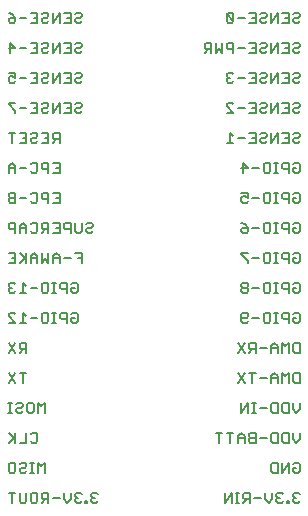
<source format=gbr>
G04 EAGLE Gerber RS-274X export*
G75*
%MOMM*%
%FSLAX34Y34*%
%LPD*%
%INSilkscreen Bottom*%
%IPPOS*%
%AMOC8*
5,1,8,0,0,1.08239X$1,22.5*%
G01*
%ADD10C,0.152400*%


D10*
X85632Y424685D02*
X87073Y426125D01*
X89954Y426125D01*
X91394Y424685D01*
X91394Y423244D01*
X89954Y421804D01*
X87073Y421804D01*
X85632Y420363D01*
X85632Y418923D01*
X87073Y417482D01*
X89954Y417482D01*
X91394Y418923D01*
X82039Y426125D02*
X76277Y426125D01*
X82039Y426125D02*
X82039Y417482D01*
X76277Y417482D01*
X79158Y421804D02*
X82039Y421804D01*
X72684Y426125D02*
X72684Y417482D01*
X66922Y417482D02*
X72684Y426125D01*
X66922Y426125D02*
X66922Y417482D01*
X59007Y426125D02*
X57567Y424685D01*
X59007Y426125D02*
X61888Y426125D01*
X63329Y424685D01*
X63329Y423244D01*
X61888Y421804D01*
X59007Y421804D01*
X57567Y420363D01*
X57567Y418923D01*
X59007Y417482D01*
X61888Y417482D01*
X63329Y418923D01*
X53974Y426125D02*
X48211Y426125D01*
X53974Y426125D02*
X53974Y417482D01*
X48211Y417482D01*
X51092Y421804D02*
X53974Y421804D01*
X44618Y421804D02*
X38856Y421804D01*
X32382Y424685D02*
X29501Y426125D01*
X32382Y424685D02*
X35263Y421804D01*
X35263Y418923D01*
X33823Y417482D01*
X30942Y417482D01*
X29501Y418923D01*
X29501Y420363D01*
X30942Y421804D01*
X35263Y421804D01*
X85632Y399285D02*
X87073Y400725D01*
X89954Y400725D01*
X91394Y399285D01*
X91394Y397844D01*
X89954Y396404D01*
X87073Y396404D01*
X85632Y394963D01*
X85632Y393523D01*
X87073Y392082D01*
X89954Y392082D01*
X91394Y393523D01*
X82039Y400725D02*
X76277Y400725D01*
X82039Y400725D02*
X82039Y392082D01*
X76277Y392082D01*
X79158Y396404D02*
X82039Y396404D01*
X72684Y400725D02*
X72684Y392082D01*
X66922Y392082D02*
X72684Y400725D01*
X66922Y400725D02*
X66922Y392082D01*
X59007Y400725D02*
X57567Y399285D01*
X59007Y400725D02*
X61888Y400725D01*
X63329Y399285D01*
X63329Y397844D01*
X61888Y396404D01*
X59007Y396404D01*
X57567Y394963D01*
X57567Y393523D01*
X59007Y392082D01*
X61888Y392082D01*
X63329Y393523D01*
X53974Y400725D02*
X48211Y400725D01*
X53974Y400725D02*
X53974Y392082D01*
X48211Y392082D01*
X51092Y396404D02*
X53974Y396404D01*
X44618Y396404D02*
X38856Y396404D01*
X30942Y400725D02*
X30942Y392082D01*
X35263Y396404D02*
X30942Y400725D01*
X29501Y396404D02*
X35263Y396404D01*
X85632Y373885D02*
X87073Y375325D01*
X89954Y375325D01*
X91394Y373885D01*
X91394Y372444D01*
X89954Y371004D01*
X87073Y371004D01*
X85632Y369563D01*
X85632Y368123D01*
X87073Y366682D01*
X89954Y366682D01*
X91394Y368123D01*
X82039Y375325D02*
X76277Y375325D01*
X82039Y375325D02*
X82039Y366682D01*
X76277Y366682D01*
X79158Y371004D02*
X82039Y371004D01*
X72684Y375325D02*
X72684Y366682D01*
X66922Y366682D02*
X72684Y375325D01*
X66922Y375325D02*
X66922Y366682D01*
X59007Y375325D02*
X57567Y373885D01*
X59007Y375325D02*
X61888Y375325D01*
X63329Y373885D01*
X63329Y372444D01*
X61888Y371004D01*
X59007Y371004D01*
X57567Y369563D01*
X57567Y368123D01*
X59007Y366682D01*
X61888Y366682D01*
X63329Y368123D01*
X53974Y375325D02*
X48211Y375325D01*
X53974Y375325D02*
X53974Y366682D01*
X48211Y366682D01*
X51092Y371004D02*
X53974Y371004D01*
X44618Y371004D02*
X38856Y371004D01*
X35263Y375325D02*
X29501Y375325D01*
X35263Y375325D02*
X35263Y371004D01*
X32382Y372444D01*
X30942Y372444D01*
X29501Y371004D01*
X29501Y368123D01*
X30942Y366682D01*
X33823Y366682D01*
X35263Y368123D01*
X85632Y348485D02*
X87073Y349925D01*
X89954Y349925D01*
X91394Y348485D01*
X91394Y347044D01*
X89954Y345604D01*
X87073Y345604D01*
X85632Y344163D01*
X85632Y342723D01*
X87073Y341282D01*
X89954Y341282D01*
X91394Y342723D01*
X82039Y349925D02*
X76277Y349925D01*
X82039Y349925D02*
X82039Y341282D01*
X76277Y341282D01*
X79158Y345604D02*
X82039Y345604D01*
X72684Y349925D02*
X72684Y341282D01*
X66922Y341282D02*
X72684Y349925D01*
X66922Y349925D02*
X66922Y341282D01*
X59007Y349925D02*
X57567Y348485D01*
X59007Y349925D02*
X61888Y349925D01*
X63329Y348485D01*
X63329Y347044D01*
X61888Y345604D01*
X59007Y345604D01*
X57567Y344163D01*
X57567Y342723D01*
X59007Y341282D01*
X61888Y341282D01*
X63329Y342723D01*
X53974Y349925D02*
X48211Y349925D01*
X53974Y349925D02*
X53974Y341282D01*
X48211Y341282D01*
X51092Y345604D02*
X53974Y345604D01*
X44618Y345604D02*
X38856Y345604D01*
X35263Y349925D02*
X29501Y349925D01*
X29501Y348485D01*
X35263Y342723D01*
X35263Y341282D01*
X72684Y324525D02*
X72684Y315882D01*
X72684Y324525D02*
X68362Y324525D01*
X66922Y323085D01*
X66922Y320204D01*
X68362Y318763D01*
X72684Y318763D01*
X69803Y318763D02*
X66922Y315882D01*
X63329Y324525D02*
X57567Y324525D01*
X63329Y324525D02*
X63329Y315882D01*
X57567Y315882D01*
X60448Y320204D02*
X63329Y320204D01*
X49652Y324525D02*
X48211Y323085D01*
X49652Y324525D02*
X52533Y324525D01*
X53974Y323085D01*
X53974Y321644D01*
X52533Y320204D01*
X49652Y320204D01*
X48211Y318763D01*
X48211Y317323D01*
X49652Y315882D01*
X52533Y315882D01*
X53974Y317323D01*
X44618Y324525D02*
X38856Y324525D01*
X44618Y324525D02*
X44618Y315882D01*
X38856Y315882D01*
X41737Y320204D02*
X44618Y320204D01*
X32382Y315882D02*
X32382Y324525D01*
X35263Y324525D02*
X29501Y324525D01*
X66922Y299125D02*
X72684Y299125D01*
X72684Y290482D01*
X66922Y290482D01*
X69803Y294804D02*
X72684Y294804D01*
X63329Y299125D02*
X63329Y290482D01*
X63329Y299125D02*
X59007Y299125D01*
X57567Y297685D01*
X57567Y294804D01*
X59007Y293363D01*
X63329Y293363D01*
X49652Y299125D02*
X48211Y297685D01*
X49652Y299125D02*
X52533Y299125D01*
X53974Y297685D01*
X53974Y291923D01*
X52533Y290482D01*
X49652Y290482D01*
X48211Y291923D01*
X44618Y294804D02*
X38856Y294804D01*
X35263Y296244D02*
X35263Y290482D01*
X35263Y296244D02*
X32382Y299125D01*
X29501Y296244D01*
X29501Y290482D01*
X29501Y294804D02*
X35263Y294804D01*
X66922Y273725D02*
X72684Y273725D01*
X72684Y265082D01*
X66922Y265082D01*
X69803Y269404D02*
X72684Y269404D01*
X63329Y273725D02*
X63329Y265082D01*
X63329Y273725D02*
X59007Y273725D01*
X57567Y272285D01*
X57567Y269404D01*
X59007Y267963D01*
X63329Y267963D01*
X49652Y273725D02*
X48211Y272285D01*
X49652Y273725D02*
X52533Y273725D01*
X53974Y272285D01*
X53974Y266523D01*
X52533Y265082D01*
X49652Y265082D01*
X48211Y266523D01*
X44618Y269404D02*
X38856Y269404D01*
X35263Y273725D02*
X35263Y265082D01*
X35263Y273725D02*
X30942Y273725D01*
X29501Y272285D01*
X29501Y270844D01*
X30942Y269404D01*
X29501Y267963D01*
X29501Y266523D01*
X30942Y265082D01*
X35263Y265082D01*
X35263Y269404D02*
X30942Y269404D01*
X94987Y246885D02*
X96428Y248325D01*
X99309Y248325D01*
X100750Y246885D01*
X100750Y245444D01*
X99309Y244004D01*
X96428Y244004D01*
X94987Y242563D01*
X94987Y241123D01*
X96428Y239682D01*
X99309Y239682D01*
X100750Y241123D01*
X91394Y241123D02*
X91394Y248325D01*
X91394Y241123D02*
X89954Y239682D01*
X87073Y239682D01*
X85632Y241123D01*
X85632Y248325D01*
X82039Y248325D02*
X82039Y239682D01*
X82039Y248325D02*
X77718Y248325D01*
X76277Y246885D01*
X76277Y244004D01*
X77718Y242563D01*
X82039Y242563D01*
X72684Y248325D02*
X66922Y248325D01*
X72684Y248325D02*
X72684Y239682D01*
X66922Y239682D01*
X69803Y244004D02*
X72684Y244004D01*
X63329Y248325D02*
X63329Y239682D01*
X63329Y248325D02*
X59007Y248325D01*
X57567Y246885D01*
X57567Y244004D01*
X59007Y242563D01*
X63329Y242563D01*
X60448Y242563D02*
X57567Y239682D01*
X49652Y248325D02*
X48211Y246885D01*
X49652Y248325D02*
X52533Y248325D01*
X53974Y246885D01*
X53974Y241123D01*
X52533Y239682D01*
X49652Y239682D01*
X48211Y241123D01*
X44618Y239682D02*
X44618Y245444D01*
X41737Y248325D01*
X38856Y245444D01*
X38856Y239682D01*
X38856Y244004D02*
X44618Y244004D01*
X35263Y248325D02*
X35263Y239682D01*
X35263Y248325D02*
X30942Y248325D01*
X29501Y246885D01*
X29501Y244004D01*
X30942Y242563D01*
X35263Y242563D01*
X91394Y222925D02*
X91394Y214282D01*
X91394Y222925D02*
X85632Y222925D01*
X88513Y218604D02*
X91394Y218604D01*
X82039Y218604D02*
X76277Y218604D01*
X72684Y220044D02*
X72684Y214282D01*
X72684Y220044D02*
X69803Y222925D01*
X66922Y220044D01*
X66922Y214282D01*
X66922Y218604D02*
X72684Y218604D01*
X63329Y222925D02*
X63329Y214282D01*
X60448Y217163D01*
X57567Y214282D01*
X57567Y222925D01*
X53974Y220044D02*
X53974Y214282D01*
X53974Y220044D02*
X51092Y222925D01*
X48211Y220044D01*
X48211Y214282D01*
X48211Y218604D02*
X53974Y218604D01*
X44618Y222925D02*
X44618Y214282D01*
X44618Y217163D02*
X38856Y222925D01*
X43178Y218604D02*
X38856Y214282D01*
X35263Y222925D02*
X29501Y222925D01*
X35263Y222925D02*
X35263Y214282D01*
X29501Y214282D01*
X32382Y218604D02*
X35263Y218604D01*
X82514Y196085D02*
X83954Y197525D01*
X86835Y197525D01*
X88276Y196085D01*
X88276Y190323D01*
X86835Y188882D01*
X83954Y188882D01*
X82514Y190323D01*
X82514Y193204D01*
X85395Y193204D01*
X78921Y197525D02*
X78921Y188882D01*
X78921Y197525D02*
X74599Y197525D01*
X73159Y196085D01*
X73159Y193204D01*
X74599Y191763D01*
X78921Y191763D01*
X69566Y188882D02*
X66684Y188882D01*
X68125Y188882D02*
X68125Y197525D01*
X69566Y197525D02*
X66684Y197525D01*
X61888Y197525D02*
X59007Y197525D01*
X61888Y197525D02*
X63329Y196085D01*
X63329Y190323D01*
X61888Y188882D01*
X59007Y188882D01*
X57567Y190323D01*
X57567Y196085D01*
X59007Y197525D01*
X53974Y193204D02*
X48211Y193204D01*
X44618Y194644D02*
X41737Y197525D01*
X41737Y188882D01*
X44618Y188882D02*
X38856Y188882D01*
X35263Y196085D02*
X33823Y197525D01*
X30942Y197525D01*
X29501Y196085D01*
X29501Y194644D01*
X30942Y193204D01*
X32382Y193204D01*
X30942Y193204D02*
X29501Y191763D01*
X29501Y190323D01*
X30942Y188882D01*
X33823Y188882D01*
X35263Y190323D01*
X82514Y170685D02*
X83954Y172125D01*
X86835Y172125D01*
X88276Y170685D01*
X88276Y164923D01*
X86835Y163482D01*
X83954Y163482D01*
X82514Y164923D01*
X82514Y167804D01*
X85395Y167804D01*
X78921Y172125D02*
X78921Y163482D01*
X78921Y172125D02*
X74599Y172125D01*
X73159Y170685D01*
X73159Y167804D01*
X74599Y166363D01*
X78921Y166363D01*
X69566Y163482D02*
X66684Y163482D01*
X68125Y163482D02*
X68125Y172125D01*
X69566Y172125D02*
X66684Y172125D01*
X61888Y172125D02*
X59007Y172125D01*
X61888Y172125D02*
X63329Y170685D01*
X63329Y164923D01*
X61888Y163482D01*
X59007Y163482D01*
X57567Y164923D01*
X57567Y170685D01*
X59007Y172125D01*
X53974Y167804D02*
X48211Y167804D01*
X44618Y169244D02*
X41737Y172125D01*
X41737Y163482D01*
X44618Y163482D02*
X38856Y163482D01*
X35263Y163482D02*
X29501Y163482D01*
X35263Y163482D02*
X29501Y169244D01*
X29501Y170685D01*
X30942Y172125D01*
X33823Y172125D01*
X35263Y170685D01*
X44618Y146725D02*
X44618Y138082D01*
X44618Y146725D02*
X40297Y146725D01*
X38856Y145285D01*
X38856Y142404D01*
X40297Y140963D01*
X44618Y140963D01*
X41737Y140963D02*
X38856Y138082D01*
X29501Y138082D02*
X35263Y146725D01*
X29501Y146725D02*
X35263Y138082D01*
X41737Y121325D02*
X41737Y112682D01*
X44618Y121325D02*
X38856Y121325D01*
X35263Y121325D02*
X29501Y112682D01*
X35263Y112682D02*
X29501Y121325D01*
X60210Y95925D02*
X60210Y87282D01*
X57329Y93044D02*
X60210Y95925D01*
X57329Y93044D02*
X54448Y95925D01*
X54448Y87282D01*
X49415Y95925D02*
X46534Y95925D01*
X49415Y95925D02*
X50855Y94485D01*
X50855Y88723D01*
X49415Y87282D01*
X46534Y87282D01*
X45093Y88723D01*
X45093Y94485D01*
X46534Y95925D01*
X37178Y95925D02*
X35738Y94485D01*
X37178Y95925D02*
X40059Y95925D01*
X41500Y94485D01*
X41500Y93044D01*
X40059Y91604D01*
X37178Y91604D01*
X35738Y90163D01*
X35738Y88723D01*
X37178Y87282D01*
X40059Y87282D01*
X41500Y88723D01*
X32145Y87282D02*
X29264Y87282D01*
X30704Y87282D02*
X30704Y95925D01*
X29264Y95925D02*
X32145Y95925D01*
X49652Y70525D02*
X48211Y69085D01*
X49652Y70525D02*
X52533Y70525D01*
X53974Y69085D01*
X53974Y63323D01*
X52533Y61882D01*
X49652Y61882D01*
X48211Y63323D01*
X44618Y61882D02*
X44618Y70525D01*
X44618Y61882D02*
X38856Y61882D01*
X35263Y61882D02*
X35263Y70525D01*
X35263Y64763D02*
X29501Y70525D01*
X33823Y66204D02*
X29501Y61882D01*
X60210Y45125D02*
X60210Y36482D01*
X57329Y42244D02*
X60210Y45125D01*
X57329Y42244D02*
X54448Y45125D01*
X54448Y36482D01*
X50855Y36482D02*
X47974Y36482D01*
X49415Y36482D02*
X49415Y45125D01*
X50855Y45125D02*
X47974Y45125D01*
X40297Y45125D02*
X38856Y43685D01*
X40297Y45125D02*
X43178Y45125D01*
X44618Y43685D01*
X44618Y42244D01*
X43178Y40804D01*
X40297Y40804D01*
X38856Y39363D01*
X38856Y37923D01*
X40297Y36482D01*
X43178Y36482D01*
X44618Y37923D01*
X33823Y45125D02*
X30942Y45125D01*
X33823Y45125D02*
X35263Y43685D01*
X35263Y37923D01*
X33823Y36482D01*
X30942Y36482D01*
X29501Y37923D01*
X29501Y43685D01*
X30942Y45125D01*
X103987Y19725D02*
X105427Y18285D01*
X103987Y19725D02*
X101105Y19725D01*
X99665Y18285D01*
X99665Y16844D01*
X101105Y15404D01*
X102546Y15404D01*
X101105Y15404D02*
X99665Y13963D01*
X99665Y12523D01*
X101105Y11082D01*
X103987Y11082D01*
X105427Y12523D01*
X96072Y12523D02*
X96072Y11082D01*
X96072Y12523D02*
X94631Y12523D01*
X94631Y11082D01*
X96072Y11082D01*
X91394Y18285D02*
X89954Y19725D01*
X87073Y19725D01*
X85632Y18285D01*
X85632Y16844D01*
X87073Y15404D01*
X88513Y15404D01*
X87073Y15404D02*
X85632Y13963D01*
X85632Y12523D01*
X87073Y11082D01*
X89954Y11082D01*
X91394Y12523D01*
X82039Y13963D02*
X82039Y19725D01*
X82039Y13963D02*
X79158Y11082D01*
X76277Y13963D01*
X76277Y19725D01*
X72684Y15404D02*
X66922Y15404D01*
X63329Y19725D02*
X63329Y11082D01*
X63329Y19725D02*
X59007Y19725D01*
X57567Y18285D01*
X57567Y15404D01*
X59007Y13963D01*
X63329Y13963D01*
X60448Y13963D02*
X57567Y11082D01*
X52533Y19725D02*
X49652Y19725D01*
X52533Y19725D02*
X53974Y18285D01*
X53974Y12523D01*
X52533Y11082D01*
X49652Y11082D01*
X48211Y12523D01*
X48211Y18285D01*
X49652Y19725D01*
X44618Y19725D02*
X44618Y12523D01*
X43178Y11082D01*
X40297Y11082D01*
X38856Y12523D01*
X38856Y19725D01*
X32382Y19725D02*
X32382Y11082D01*
X35263Y19725D02*
X29501Y19725D01*
X270336Y424685D02*
X271776Y426125D01*
X274657Y426125D01*
X276098Y424685D01*
X276098Y423244D01*
X274657Y421804D01*
X271776Y421804D01*
X270336Y420363D01*
X270336Y418923D01*
X271776Y417482D01*
X274657Y417482D01*
X276098Y418923D01*
X266743Y426125D02*
X260981Y426125D01*
X266743Y426125D02*
X266743Y417482D01*
X260981Y417482D01*
X263862Y421804D02*
X266743Y421804D01*
X257388Y426125D02*
X257388Y417482D01*
X251625Y417482D02*
X257388Y426125D01*
X251625Y426125D02*
X251625Y417482D01*
X243711Y426125D02*
X242270Y424685D01*
X243711Y426125D02*
X246592Y426125D01*
X248032Y424685D01*
X248032Y423244D01*
X246592Y421804D01*
X243711Y421804D01*
X242270Y420363D01*
X242270Y418923D01*
X243711Y417482D01*
X246592Y417482D01*
X248032Y418923D01*
X238677Y426125D02*
X232915Y426125D01*
X238677Y426125D02*
X238677Y417482D01*
X232915Y417482D01*
X235796Y421804D02*
X238677Y421804D01*
X229322Y421804D02*
X223560Y421804D01*
X219967Y418923D02*
X219967Y424685D01*
X218526Y426125D01*
X215645Y426125D01*
X214205Y424685D01*
X214205Y418923D01*
X215645Y417482D01*
X218526Y417482D01*
X219967Y418923D01*
X214205Y424685D01*
X270336Y399285D02*
X271776Y400725D01*
X274657Y400725D01*
X276098Y399285D01*
X276098Y397844D01*
X274657Y396404D01*
X271776Y396404D01*
X270336Y394963D01*
X270336Y393523D01*
X271776Y392082D01*
X274657Y392082D01*
X276098Y393523D01*
X266743Y400725D02*
X260981Y400725D01*
X266743Y400725D02*
X266743Y392082D01*
X260981Y392082D01*
X263862Y396404D02*
X266743Y396404D01*
X257388Y400725D02*
X257388Y392082D01*
X251625Y392082D02*
X257388Y400725D01*
X251625Y400725D02*
X251625Y392082D01*
X243711Y400725D02*
X242270Y399285D01*
X243711Y400725D02*
X246592Y400725D01*
X248032Y399285D01*
X248032Y397844D01*
X246592Y396404D01*
X243711Y396404D01*
X242270Y394963D01*
X242270Y393523D01*
X243711Y392082D01*
X246592Y392082D01*
X248032Y393523D01*
X238677Y400725D02*
X232915Y400725D01*
X238677Y400725D02*
X238677Y392082D01*
X232915Y392082D01*
X235796Y396404D02*
X238677Y396404D01*
X229322Y396404D02*
X223560Y396404D01*
X219967Y400725D02*
X219967Y392082D01*
X219967Y400725D02*
X215645Y400725D01*
X214205Y399285D01*
X214205Y396404D01*
X215645Y394963D01*
X219967Y394963D01*
X210612Y392082D02*
X210612Y400725D01*
X207731Y394963D02*
X210612Y392082D01*
X207731Y394963D02*
X204849Y392082D01*
X204849Y400725D01*
X201257Y400725D02*
X201257Y392082D01*
X201257Y400725D02*
X196935Y400725D01*
X195494Y399285D01*
X195494Y396404D01*
X196935Y394963D01*
X201257Y394963D01*
X198375Y394963D02*
X195494Y392082D01*
X270336Y373885D02*
X271776Y375325D01*
X274657Y375325D01*
X276098Y373885D01*
X276098Y372444D01*
X274657Y371004D01*
X271776Y371004D01*
X270336Y369563D01*
X270336Y368123D01*
X271776Y366682D01*
X274657Y366682D01*
X276098Y368123D01*
X266743Y375325D02*
X260981Y375325D01*
X266743Y375325D02*
X266743Y366682D01*
X260981Y366682D01*
X263862Y371004D02*
X266743Y371004D01*
X257388Y375325D02*
X257388Y366682D01*
X251625Y366682D02*
X257388Y375325D01*
X251625Y375325D02*
X251625Y366682D01*
X243711Y375325D02*
X242270Y373885D01*
X243711Y375325D02*
X246592Y375325D01*
X248032Y373885D01*
X248032Y372444D01*
X246592Y371004D01*
X243711Y371004D01*
X242270Y369563D01*
X242270Y368123D01*
X243711Y366682D01*
X246592Y366682D01*
X248032Y368123D01*
X238677Y375325D02*
X232915Y375325D01*
X238677Y375325D02*
X238677Y366682D01*
X232915Y366682D01*
X235796Y371004D02*
X238677Y371004D01*
X229322Y371004D02*
X223560Y371004D01*
X219967Y373885D02*
X218526Y375325D01*
X215645Y375325D01*
X214205Y373885D01*
X214205Y372444D01*
X215645Y371004D01*
X217086Y371004D01*
X215645Y371004D02*
X214205Y369563D01*
X214205Y368123D01*
X215645Y366682D01*
X218526Y366682D01*
X219967Y368123D01*
X270336Y348485D02*
X271776Y349925D01*
X274657Y349925D01*
X276098Y348485D01*
X276098Y347044D01*
X274657Y345604D01*
X271776Y345604D01*
X270336Y344163D01*
X270336Y342723D01*
X271776Y341282D01*
X274657Y341282D01*
X276098Y342723D01*
X266743Y349925D02*
X260981Y349925D01*
X266743Y349925D02*
X266743Y341282D01*
X260981Y341282D01*
X263862Y345604D02*
X266743Y345604D01*
X257388Y349925D02*
X257388Y341282D01*
X251625Y341282D02*
X257388Y349925D01*
X251625Y349925D02*
X251625Y341282D01*
X243711Y349925D02*
X242270Y348485D01*
X243711Y349925D02*
X246592Y349925D01*
X248032Y348485D01*
X248032Y347044D01*
X246592Y345604D01*
X243711Y345604D01*
X242270Y344163D01*
X242270Y342723D01*
X243711Y341282D01*
X246592Y341282D01*
X248032Y342723D01*
X238677Y349925D02*
X232915Y349925D01*
X238677Y349925D02*
X238677Y341282D01*
X232915Y341282D01*
X235796Y345604D02*
X238677Y345604D01*
X229322Y345604D02*
X223560Y345604D01*
X219967Y341282D02*
X214205Y341282D01*
X219967Y341282D02*
X214205Y347044D01*
X214205Y348485D01*
X215645Y349925D01*
X218526Y349925D01*
X219967Y348485D01*
X270336Y323085D02*
X271776Y324525D01*
X274657Y324525D01*
X276098Y323085D01*
X276098Y321644D01*
X274657Y320204D01*
X271776Y320204D01*
X270336Y318763D01*
X270336Y317323D01*
X271776Y315882D01*
X274657Y315882D01*
X276098Y317323D01*
X266743Y324525D02*
X260981Y324525D01*
X266743Y324525D02*
X266743Y315882D01*
X260981Y315882D01*
X263862Y320204D02*
X266743Y320204D01*
X257388Y324525D02*
X257388Y315882D01*
X251625Y315882D02*
X257388Y324525D01*
X251625Y324525D02*
X251625Y315882D01*
X243711Y324525D02*
X242270Y323085D01*
X243711Y324525D02*
X246592Y324525D01*
X248032Y323085D01*
X248032Y321644D01*
X246592Y320204D01*
X243711Y320204D01*
X242270Y318763D01*
X242270Y317323D01*
X243711Y315882D01*
X246592Y315882D01*
X248032Y317323D01*
X238677Y324525D02*
X232915Y324525D01*
X238677Y324525D02*
X238677Y315882D01*
X232915Y315882D01*
X235796Y320204D02*
X238677Y320204D01*
X229322Y320204D02*
X223560Y320204D01*
X219967Y321644D02*
X217086Y324525D01*
X217086Y315882D01*
X219967Y315882D02*
X214205Y315882D01*
X270336Y297685D02*
X271776Y299125D01*
X274657Y299125D01*
X276098Y297685D01*
X276098Y291923D01*
X274657Y290482D01*
X271776Y290482D01*
X270336Y291923D01*
X270336Y294804D01*
X273217Y294804D01*
X266743Y299125D02*
X266743Y290482D01*
X266743Y299125D02*
X262421Y299125D01*
X260981Y297685D01*
X260981Y294804D01*
X262421Y293363D01*
X266743Y293363D01*
X257388Y290482D02*
X254507Y290482D01*
X255947Y290482D02*
X255947Y299125D01*
X254507Y299125D02*
X257388Y299125D01*
X249710Y299125D02*
X246829Y299125D01*
X249710Y299125D02*
X251151Y297685D01*
X251151Y291923D01*
X249710Y290482D01*
X246829Y290482D01*
X245389Y291923D01*
X245389Y297685D01*
X246829Y299125D01*
X241796Y294804D02*
X236033Y294804D01*
X228119Y299125D02*
X228119Y290482D01*
X232440Y294804D02*
X228119Y299125D01*
X226678Y294804D02*
X232440Y294804D01*
X270336Y272285D02*
X271776Y273725D01*
X274657Y273725D01*
X276098Y272285D01*
X276098Y266523D01*
X274657Y265082D01*
X271776Y265082D01*
X270336Y266523D01*
X270336Y269404D01*
X273217Y269404D01*
X266743Y273725D02*
X266743Y265082D01*
X266743Y273725D02*
X262421Y273725D01*
X260981Y272285D01*
X260981Y269404D01*
X262421Y267963D01*
X266743Y267963D01*
X257388Y265082D02*
X254507Y265082D01*
X255947Y265082D02*
X255947Y273725D01*
X254507Y273725D02*
X257388Y273725D01*
X249710Y273725D02*
X246829Y273725D01*
X249710Y273725D02*
X251151Y272285D01*
X251151Y266523D01*
X249710Y265082D01*
X246829Y265082D01*
X245389Y266523D01*
X245389Y272285D01*
X246829Y273725D01*
X241796Y269404D02*
X236033Y269404D01*
X232440Y273725D02*
X226678Y273725D01*
X232440Y273725D02*
X232440Y269404D01*
X229559Y270844D01*
X228119Y270844D01*
X226678Y269404D01*
X226678Y266523D01*
X228119Y265082D01*
X231000Y265082D01*
X232440Y266523D01*
X270336Y246885D02*
X271776Y248325D01*
X274657Y248325D01*
X276098Y246885D01*
X276098Y241123D01*
X274657Y239682D01*
X271776Y239682D01*
X270336Y241123D01*
X270336Y244004D01*
X273217Y244004D01*
X266743Y248325D02*
X266743Y239682D01*
X266743Y248325D02*
X262421Y248325D01*
X260981Y246885D01*
X260981Y244004D01*
X262421Y242563D01*
X266743Y242563D01*
X257388Y239682D02*
X254507Y239682D01*
X255947Y239682D02*
X255947Y248325D01*
X254507Y248325D02*
X257388Y248325D01*
X249710Y248325D02*
X246829Y248325D01*
X249710Y248325D02*
X251151Y246885D01*
X251151Y241123D01*
X249710Y239682D01*
X246829Y239682D01*
X245389Y241123D01*
X245389Y246885D01*
X246829Y248325D01*
X241796Y244004D02*
X236033Y244004D01*
X229559Y246885D02*
X226678Y248325D01*
X229559Y246885D02*
X232440Y244004D01*
X232440Y241123D01*
X231000Y239682D01*
X228119Y239682D01*
X226678Y241123D01*
X226678Y242563D01*
X228119Y244004D01*
X232440Y244004D01*
X270336Y221485D02*
X271776Y222925D01*
X274657Y222925D01*
X276098Y221485D01*
X276098Y215723D01*
X274657Y214282D01*
X271776Y214282D01*
X270336Y215723D01*
X270336Y218604D01*
X273217Y218604D01*
X266743Y222925D02*
X266743Y214282D01*
X266743Y222925D02*
X262421Y222925D01*
X260981Y221485D01*
X260981Y218604D01*
X262421Y217163D01*
X266743Y217163D01*
X257388Y214282D02*
X254507Y214282D01*
X255947Y214282D02*
X255947Y222925D01*
X254507Y222925D02*
X257388Y222925D01*
X249710Y222925D02*
X246829Y222925D01*
X249710Y222925D02*
X251151Y221485D01*
X251151Y215723D01*
X249710Y214282D01*
X246829Y214282D01*
X245389Y215723D01*
X245389Y221485D01*
X246829Y222925D01*
X241796Y218604D02*
X236033Y218604D01*
X232440Y222925D02*
X226678Y222925D01*
X226678Y221485D01*
X232440Y215723D01*
X232440Y214282D01*
X270336Y196085D02*
X271776Y197525D01*
X274657Y197525D01*
X276098Y196085D01*
X276098Y190323D01*
X274657Y188882D01*
X271776Y188882D01*
X270336Y190323D01*
X270336Y193204D01*
X273217Y193204D01*
X266743Y197525D02*
X266743Y188882D01*
X266743Y197525D02*
X262421Y197525D01*
X260981Y196085D01*
X260981Y193204D01*
X262421Y191763D01*
X266743Y191763D01*
X257388Y188882D02*
X254507Y188882D01*
X255947Y188882D02*
X255947Y197525D01*
X254507Y197525D02*
X257388Y197525D01*
X249710Y197525D02*
X246829Y197525D01*
X249710Y197525D02*
X251151Y196085D01*
X251151Y190323D01*
X249710Y188882D01*
X246829Y188882D01*
X245389Y190323D01*
X245389Y196085D01*
X246829Y197525D01*
X241796Y193204D02*
X236033Y193204D01*
X232440Y196085D02*
X231000Y197525D01*
X228119Y197525D01*
X226678Y196085D01*
X226678Y194644D01*
X228119Y193204D01*
X226678Y191763D01*
X226678Y190323D01*
X228119Y188882D01*
X231000Y188882D01*
X232440Y190323D01*
X232440Y191763D01*
X231000Y193204D01*
X232440Y194644D01*
X232440Y196085D01*
X231000Y193204D02*
X228119Y193204D01*
X270336Y170685D02*
X271776Y172125D01*
X274657Y172125D01*
X276098Y170685D01*
X276098Y164923D01*
X274657Y163482D01*
X271776Y163482D01*
X270336Y164923D01*
X270336Y167804D01*
X273217Y167804D01*
X266743Y172125D02*
X266743Y163482D01*
X266743Y172125D02*
X262421Y172125D01*
X260981Y170685D01*
X260981Y167804D01*
X262421Y166363D01*
X266743Y166363D01*
X257388Y163482D02*
X254507Y163482D01*
X255947Y163482D02*
X255947Y172125D01*
X254507Y172125D02*
X257388Y172125D01*
X249710Y172125D02*
X246829Y172125D01*
X249710Y172125D02*
X251151Y170685D01*
X251151Y164923D01*
X249710Y163482D01*
X246829Y163482D01*
X245389Y164923D01*
X245389Y170685D01*
X246829Y172125D01*
X241796Y167804D02*
X236033Y167804D01*
X232440Y164923D02*
X231000Y163482D01*
X228119Y163482D01*
X226678Y164923D01*
X226678Y170685D01*
X228119Y172125D01*
X231000Y172125D01*
X232440Y170685D01*
X232440Y169244D01*
X231000Y167804D01*
X226678Y167804D01*
X276098Y146725D02*
X276098Y138082D01*
X271776Y138082D01*
X270336Y139523D01*
X270336Y145285D01*
X271776Y146725D01*
X276098Y146725D01*
X266743Y146725D02*
X266743Y138082D01*
X263862Y143844D02*
X266743Y146725D01*
X263862Y143844D02*
X260981Y146725D01*
X260981Y138082D01*
X257388Y138082D02*
X257388Y143844D01*
X254507Y146725D01*
X251625Y143844D01*
X251625Y138082D01*
X251625Y142404D02*
X257388Y142404D01*
X248032Y142404D02*
X242270Y142404D01*
X238677Y146725D02*
X238677Y138082D01*
X238677Y146725D02*
X234356Y146725D01*
X232915Y145285D01*
X232915Y142404D01*
X234356Y140963D01*
X238677Y140963D01*
X235796Y140963D02*
X232915Y138082D01*
X223560Y138082D02*
X229322Y146725D01*
X223560Y146725D02*
X229322Y138082D01*
X276098Y121325D02*
X276098Y112682D01*
X271776Y112682D01*
X270336Y114123D01*
X270336Y119885D01*
X271776Y121325D01*
X276098Y121325D01*
X266743Y121325D02*
X266743Y112682D01*
X263862Y118444D02*
X266743Y121325D01*
X263862Y118444D02*
X260981Y121325D01*
X260981Y112682D01*
X257388Y112682D02*
X257388Y118444D01*
X254507Y121325D01*
X251625Y118444D01*
X251625Y112682D01*
X251625Y117004D02*
X257388Y117004D01*
X248032Y117004D02*
X242270Y117004D01*
X235796Y121325D02*
X235796Y112682D01*
X238677Y121325D02*
X232915Y121325D01*
X229322Y121325D02*
X223560Y112682D01*
X229322Y112682D02*
X223560Y121325D01*
X276098Y95925D02*
X276098Y90163D01*
X273217Y87282D01*
X270336Y90163D01*
X270336Y95925D01*
X266743Y95925D02*
X266743Y87282D01*
X262421Y87282D01*
X260981Y88723D01*
X260981Y94485D01*
X262421Y95925D01*
X266743Y95925D01*
X257388Y95925D02*
X257388Y87282D01*
X253066Y87282D01*
X251625Y88723D01*
X251625Y94485D01*
X253066Y95925D01*
X257388Y95925D01*
X248032Y91604D02*
X242270Y91604D01*
X238677Y87282D02*
X235796Y87282D01*
X237237Y87282D02*
X237237Y95925D01*
X238677Y95925D02*
X235796Y95925D01*
X232440Y95925D02*
X232440Y87282D01*
X226678Y87282D02*
X232440Y95925D01*
X226678Y95925D02*
X226678Y87282D01*
X276098Y70525D02*
X276098Y64763D01*
X273217Y61882D01*
X270336Y64763D01*
X270336Y70525D01*
X266743Y70525D02*
X266743Y61882D01*
X262421Y61882D01*
X260981Y63323D01*
X260981Y69085D01*
X262421Y70525D01*
X266743Y70525D01*
X257388Y70525D02*
X257388Y61882D01*
X253066Y61882D01*
X251625Y63323D01*
X251625Y69085D01*
X253066Y70525D01*
X257388Y70525D01*
X248032Y66204D02*
X242270Y66204D01*
X238677Y70525D02*
X238677Y61882D01*
X238677Y70525D02*
X234356Y70525D01*
X232915Y69085D01*
X232915Y67644D01*
X234356Y66204D01*
X232915Y64763D01*
X232915Y63323D01*
X234356Y61882D01*
X238677Y61882D01*
X238677Y66204D02*
X234356Y66204D01*
X229322Y67644D02*
X229322Y61882D01*
X229322Y67644D02*
X226441Y70525D01*
X223560Y67644D01*
X223560Y61882D01*
X223560Y66204D02*
X229322Y66204D01*
X217086Y61882D02*
X217086Y70525D01*
X219967Y70525D02*
X214205Y70525D01*
X207731Y70525D02*
X207731Y61882D01*
X210612Y70525D02*
X204849Y70525D01*
X270336Y43685D02*
X271776Y45125D01*
X274657Y45125D01*
X276098Y43685D01*
X276098Y37923D01*
X274657Y36482D01*
X271776Y36482D01*
X270336Y37923D01*
X270336Y40804D01*
X273217Y40804D01*
X266743Y45125D02*
X266743Y36482D01*
X260981Y36482D02*
X266743Y45125D01*
X260981Y45125D02*
X260981Y36482D01*
X257388Y36482D02*
X257388Y45125D01*
X257388Y36482D02*
X253066Y36482D01*
X251625Y37923D01*
X251625Y43685D01*
X253066Y45125D01*
X257388Y45125D01*
X274657Y19725D02*
X276098Y18285D01*
X274657Y19725D02*
X271776Y19725D01*
X270336Y18285D01*
X270336Y16844D01*
X271776Y15404D01*
X273217Y15404D01*
X271776Y15404D02*
X270336Y13963D01*
X270336Y12523D01*
X271776Y11082D01*
X274657Y11082D01*
X276098Y12523D01*
X266743Y12523D02*
X266743Y11082D01*
X266743Y12523D02*
X265302Y12523D01*
X265302Y11082D01*
X266743Y11082D01*
X262065Y18285D02*
X260625Y19725D01*
X257744Y19725D01*
X256303Y18285D01*
X256303Y16844D01*
X257744Y15404D01*
X259184Y15404D01*
X257744Y15404D02*
X256303Y13963D01*
X256303Y12523D01*
X257744Y11082D01*
X260625Y11082D01*
X262065Y12523D01*
X252710Y13963D02*
X252710Y19725D01*
X252710Y13963D02*
X249829Y11082D01*
X246948Y13963D01*
X246948Y19725D01*
X243355Y15404D02*
X237593Y15404D01*
X234000Y19725D02*
X234000Y11082D01*
X234000Y19725D02*
X229678Y19725D01*
X228237Y18285D01*
X228237Y15404D01*
X229678Y13963D01*
X234000Y13963D01*
X231119Y13963D02*
X228237Y11082D01*
X224644Y11082D02*
X221763Y11082D01*
X223204Y11082D02*
X223204Y19725D01*
X224644Y19725D02*
X221763Y19725D01*
X218408Y19725D02*
X218408Y11082D01*
X212645Y11082D02*
X218408Y19725D01*
X212645Y19725D02*
X212645Y11082D01*
M02*

</source>
